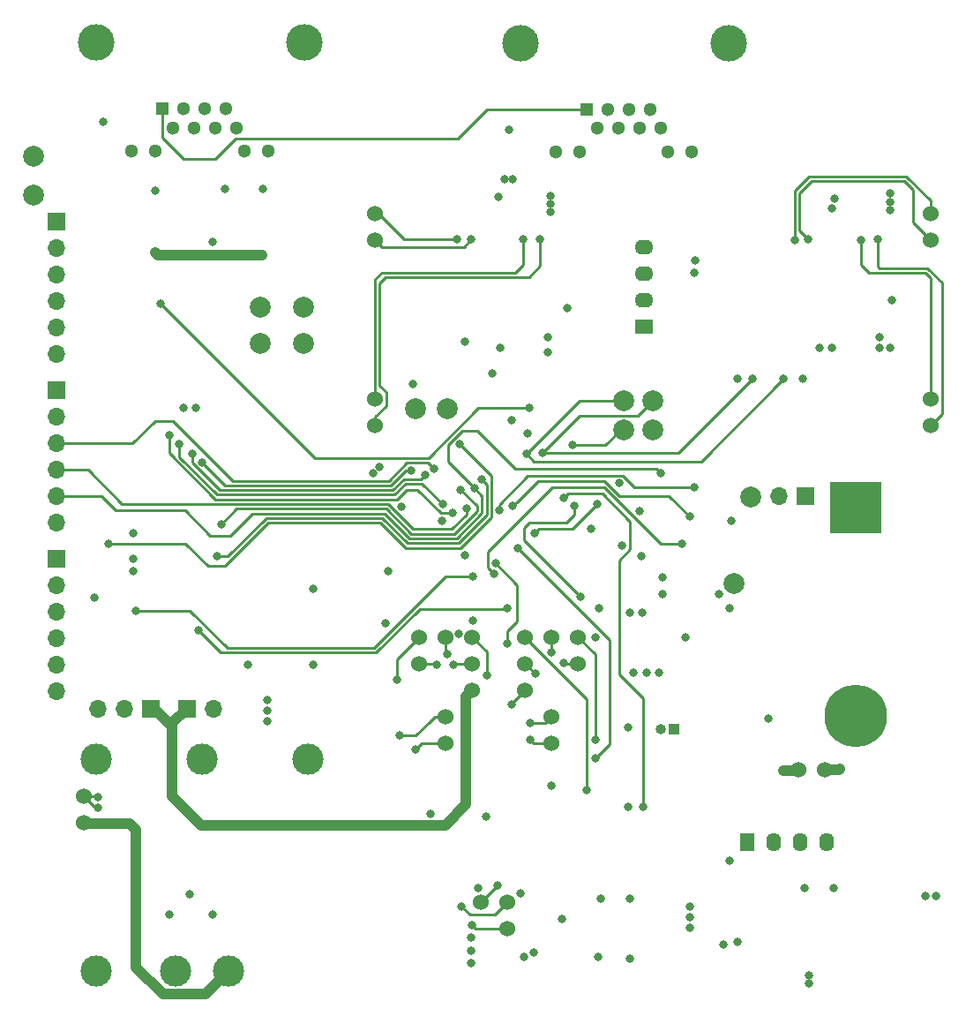
<source format=gbl>
%TF.GenerationSoftware,KiCad,Pcbnew,5.1.7-a382d34a8~88~ubuntu20.04.1*%
%TF.CreationDate,2021-06-18T16:23:43+02:00*%
%TF.ProjectId,Shield_Nucleo,53686965-6c64-45f4-9e75-636c656f2e6b,rev?*%
%TF.SameCoordinates,Original*%
%TF.FileFunction,Copper,L4,Bot*%
%TF.FilePolarity,Positive*%
%FSLAX46Y46*%
G04 Gerber Fmt 4.6, Leading zero omitted, Abs format (unit mm)*
G04 Created by KiCad (PCBNEW 5.1.7-a382d34a8~88~ubuntu20.04.1) date 2021-06-18 16:23:43*
%MOMM*%
%LPD*%
G01*
G04 APERTURE LIST*
%TA.AperFunction,ComponentPad*%
%ADD10O,1.700000X1.700000*%
%TD*%
%TA.AperFunction,ComponentPad*%
%ADD11R,1.700000X1.700000*%
%TD*%
%TA.AperFunction,SMDPad,CuDef*%
%ADD12C,1.524000*%
%TD*%
%TA.AperFunction,ComponentPad*%
%ADD13C,1.300000*%
%TD*%
%TA.AperFunction,ComponentPad*%
%ADD14C,3.500000*%
%TD*%
%TA.AperFunction,ComponentPad*%
%ADD15R,1.300000X1.300000*%
%TD*%
%TA.AperFunction,ComponentPad*%
%ADD16C,3.000000*%
%TD*%
%TA.AperFunction,ComponentPad*%
%ADD17C,6.000000*%
%TD*%
%TA.AperFunction,ComponentPad*%
%ADD18R,5.000000X5.000000*%
%TD*%
%TA.AperFunction,ComponentPad*%
%ADD19R,1.800000X1.400000*%
%TD*%
%TA.AperFunction,ComponentPad*%
%ADD20O,1.800000X1.400000*%
%TD*%
%TA.AperFunction,ComponentPad*%
%ADD21R,1.400000X1.800000*%
%TD*%
%TA.AperFunction,ComponentPad*%
%ADD22O,1.400000X1.800000*%
%TD*%
%TA.AperFunction,ComponentPad*%
%ADD23C,2.000000*%
%TD*%
%TA.AperFunction,ComponentPad*%
%ADD24O,1.000000X1.000000*%
%TD*%
%TA.AperFunction,ComponentPad*%
%ADD25R,1.000000X1.000000*%
%TD*%
%TA.AperFunction,ViaPad*%
%ADD26C,0.800000*%
%TD*%
%TA.AperFunction,Conductor*%
%ADD27C,0.250000*%
%TD*%
%TA.AperFunction,Conductor*%
%ADD28C,1.000000*%
%TD*%
G04 APERTURE END LIST*
D10*
%TO.P,J5,6*%
%TO.N,/SPI3_CS2*%
X51500000Y-90200000D03*
%TO.P,J5,5*%
%TO.N,/SPI3_SCK*%
X51500000Y-87660000D03*
%TO.P,J5,4*%
%TO.N,/SPI3_MOSI*%
X51500000Y-85120000D03*
%TO.P,J5,3*%
%TO.N,/SPI3_MISO*%
X51500000Y-82580000D03*
%TO.P,J5,2*%
%TO.N,+3V3*%
X51500000Y-80040000D03*
D11*
%TO.P,J5,1*%
%TO.N,GNDD*%
X51500000Y-77500000D03*
%TD*%
D10*
%TO.P,J4,6*%
%TO.N,+5VD*%
X51500000Y-74000000D03*
%TO.P,J4,5*%
%TO.N,GNDD*%
X51500000Y-71460000D03*
%TO.P,J4,4*%
%TO.N,/USART1_TX*%
X51500000Y-68920000D03*
%TO.P,J4,3*%
%TO.N,/USART1_RX*%
X51500000Y-66380000D03*
%TO.P,J4,2*%
%TO.N,/DTR*%
X51500000Y-63840000D03*
D11*
%TO.P,J4,1*%
%TO.N,+3V3*%
X51500000Y-61300000D03*
%TD*%
D10*
%TO.P,JP4,2*%
%TO.N,/+5VJP*%
X66540000Y-108000000D03*
D11*
%TO.P,JP4,1*%
%TO.N,+5VD*%
X64000000Y-108000000D03*
%TD*%
D10*
%TO.P,J9,3*%
%TO.N,GNDD*%
X55460000Y-108000000D03*
%TO.P,J9,2*%
%TO.N,Net-(J9-Pad2)*%
X58000000Y-108000000D03*
D11*
%TO.P,J9,1*%
%TO.N,+5VD*%
X60540000Y-108000000D03*
%TD*%
D12*
%TO.P,J7,33*%
%TO.N,+5P*%
X94760000Y-129120000D03*
%TO.P,J7,11*%
%TO.N,GNDREF*%
X54120000Y-116420000D03*
%TO.P,J7,3*%
%TO.N,/PWM_L1*%
X82060000Y-78320000D03*
%TO.P,J7,1*%
%TO.N,/PWM_H1*%
X82060000Y-60540000D03*
%TO.P,J7,9*%
%TO.N,/Neutral_GND_cmd*%
X92220000Y-126580000D03*
%TO.P,J7,10*%
%TO.N,GNDREF*%
X94760000Y-126580000D03*
%TO.P,J7,12*%
%TO.N,/VI_high*%
X54120000Y-118960000D03*
%TO.P,J7,31*%
%TO.N,+5V*%
X125240000Y-113880000D03*
%TO.P,J7,32*%
%TO.N,/N*%
X122700000Y-113880000D03*
%TO.P,J7,2*%
%TO.N,/SW_Node1*%
X82060000Y-63080000D03*
%TO.P,J7,4*%
%TO.N,GNDREF*%
X82060000Y-80860000D03*
%TO.P,J7,8*%
X135400000Y-80860000D03*
%TO.P,J7,7*%
%TO.N,/PWM_L2*%
X135400000Y-78320000D03*
%TO.P,J7,6*%
%TO.N,/SW_Node2*%
X135400000Y-63080000D03*
%TO.P,J7,5*%
%TO.N,/PWM_H2*%
X135400000Y-60540000D03*
%TO.P,J7,18*%
%TO.N,GNDD*%
X88880000Y-111340000D03*
%TO.P,J7,17*%
%TO.N,/V_high_op*%
X88880000Y-108800000D03*
%TO.P,J7,14*%
%TO.N,GNDD*%
X99040000Y-111340000D03*
%TO.P,J7,13*%
%TO.N,/V1_low_op*%
X99040000Y-108800000D03*
%TO.P,J7,27*%
%TO.N,+5VD*%
X91420000Y-106260000D03*
%TO.P,J7,29*%
%TO.N,/VREF1024*%
X96500000Y-106260000D03*
%TO.P,J7,24*%
%TO.N,GNDD*%
X86340000Y-103720000D03*
%TO.P,J7,28*%
X91420000Y-103720000D03*
%TO.P,J7,30*%
X96500000Y-103720000D03*
%TO.P,J7,16*%
X101580000Y-103720000D03*
%TO.P,J7,23*%
%TO.N,/I_high_op*%
X86340000Y-101180000D03*
%TO.P,J7,22*%
%TO.N,GNDD*%
X88880000Y-101180000D03*
%TO.P,J7,21*%
%TO.N,/I2_low_op*%
X91420000Y-101180000D03*
%TO.P,J7,19*%
%TO.N,/I1_low_op*%
X96500000Y-101180000D03*
%TO.P,J7,20*%
%TO.N,GNDD*%
X99040000Y-101180000D03*
%TO.P,J7,15*%
%TO.N,/V2_low_op*%
X101580000Y-101180000D03*
%TD*%
D13*
%TO.P,J3,8*%
%TO.N,Net-(J3-Pad8)*%
X109512000Y-52330000D03*
D14*
%TO.P,J3,SH*%
%TO.N,GNDD*%
X115989000Y-44200000D03*
X96050000Y-44200000D03*
D13*
%TO.P,J3,12*%
%TO.N,+3V3*%
X112496500Y-54614000D03*
%TO.P,J3,10*%
%TO.N,/PWR_CAN2*%
X101701500Y-54614000D03*
%TO.P,J3,5*%
X106464000Y-50550000D03*
D15*
%TO.P,J3,1*%
%TO.N,/CAN_H*%
X102400000Y-50550000D03*
D13*
%TO.P,J3,7*%
%TO.N,/GND_CAN*%
X108496000Y-50550000D03*
%TO.P,J3,9*%
%TO.N,Net-(J3-Pad9)*%
X99415500Y-54614000D03*
%TO.P,J3,3*%
%TO.N,/GND_CAN*%
X104432000Y-50550000D03*
%TO.P,J3,11*%
%TO.N,Net-(J3-Pad11)*%
X110210500Y-54614000D03*
%TO.P,J3,2*%
%TO.N,/CAN_L*%
X103416000Y-52330000D03*
%TO.P,J3,4*%
%TO.N,/PWR_CAN2*%
X105448000Y-52330000D03*
%TO.P,J3,6*%
%TO.N,Net-(J3-Pad6)*%
X107480000Y-52330000D03*
%TD*%
%TO.P,J2,8*%
%TO.N,Net-(J2-Pad8)*%
X68812000Y-52280000D03*
D14*
%TO.P,J2,SH*%
%TO.N,GNDD*%
X75289000Y-44150000D03*
X55350000Y-44150000D03*
D13*
%TO.P,J2,12*%
%TO.N,+3V3*%
X71796500Y-54564000D03*
%TO.P,J2,10*%
%TO.N,/PWR_CAN1*%
X61001500Y-54564000D03*
%TO.P,J2,5*%
X65764000Y-50500000D03*
D15*
%TO.P,J2,1*%
%TO.N,/CAN_H*%
X61700000Y-50500000D03*
D13*
%TO.P,J2,7*%
%TO.N,/GND_CAN*%
X67796000Y-50500000D03*
%TO.P,J2,9*%
%TO.N,Net-(J2-Pad9)*%
X58715500Y-54564000D03*
%TO.P,J2,3*%
%TO.N,/GND_CAN*%
X63732000Y-50500000D03*
%TO.P,J2,11*%
%TO.N,Net-(J2-Pad11)*%
X69510500Y-54564000D03*
%TO.P,J2,2*%
%TO.N,/CAN_L*%
X62716000Y-52280000D03*
%TO.P,J2,4*%
%TO.N,/PWR_CAN1*%
X64748000Y-52280000D03*
%TO.P,J2,6*%
%TO.N,Net-(J2-Pad6)*%
X66780000Y-52280000D03*
%TD*%
D16*
%TO.P,PS4,5*%
%TO.N,N/C*%
X65500000Y-112900000D03*
%TO.P,PS4,1*%
X55340000Y-133220000D03*
%TO.P,PS4,4*%
%TO.N,/+5VJP*%
X75660000Y-112900000D03*
%TO.P,PS4,6*%
%TO.N,GNDD*%
X55340000Y-112900000D03*
%TO.P,PS4,3*%
%TO.N,/VI_high*%
X68040000Y-133220000D03*
%TO.P,PS4,2*%
%TO.N,GNDREF*%
X62960000Y-133220000D03*
%TD*%
D17*
%TO.P,BT1,2*%
%TO.N,GNDD*%
X128205000Y-108749000D03*
D18*
%TO.P,BT1,1*%
%TO.N,Net-(BT1-Pad1)*%
X128205000Y-88749000D03*
%TD*%
D19*
%TO.P,U9,1*%
%TO.N,GNDD*%
X107900000Y-71400000D03*
D20*
%TO.P,U9,2*%
%TO.N,+5VD*%
X107900000Y-68860000D03*
%TO.P,U9,3*%
%TO.N,GNDREF*%
X107900000Y-66320000D03*
%TO.P,U9,4*%
%TO.N,+12V*%
X107900000Y-63780000D03*
%TD*%
D21*
%TO.P,U8,1*%
%TO.N,GNDD*%
X117820000Y-120800000D03*
D22*
%TO.P,U8,2*%
%TO.N,+5VD*%
X120360000Y-120800000D03*
%TO.P,U8,3*%
%TO.N,/N*%
X122900000Y-120800000D03*
%TO.P,U8,4*%
%TO.N,+5V*%
X125440000Y-120800000D03*
%TD*%
D23*
%TO.P,TP33,1*%
%TO.N,/GND_CAN*%
X49290000Y-55000000D03*
%TD*%
%TO.P,TP32,1*%
%TO.N,/V_BUS_CAN*%
X49290000Y-58750000D03*
%TD*%
%TO.P,TP15,1*%
%TO.N,/CAN1_STB*%
X75200000Y-69500000D03*
%TD*%
%TO.P,TP14,1*%
%TO.N,/FDCAN1_RX*%
X71100000Y-73000000D03*
%TD*%
%TO.P,TP13,1*%
%TO.N,/FDCAN1_TX*%
X71100000Y-69500000D03*
%TD*%
%TO.P,TP12,1*%
%TO.N,GNDD*%
X108700000Y-81250000D03*
%TD*%
%TO.P,TP8,1*%
%TO.N,/VREF2048*%
X105950000Y-81250000D03*
%TD*%
%TO.P,TP7,1*%
%TO.N,/HRTIM1_CHB2*%
X105950000Y-78500000D03*
%TD*%
%TO.P,TP6,1*%
%TO.N,/HRTIM1_CHB1*%
X108700000Y-78500000D03*
%TD*%
%TO.P,TP5,1*%
%TO.N,/HRTIM1_CHA2*%
X89000000Y-79250000D03*
%TD*%
%TO.P,TP4,1*%
%TO.N,/HRTIM1_CHA1*%
X85950000Y-79250000D03*
%TD*%
%TO.P,TP3,1*%
%TO.N,+BATT*%
X118100000Y-87700000D03*
%TD*%
%TO.P,TP2,1*%
%TO.N,+3V3*%
X116500000Y-96000000D03*
%TD*%
%TO.P,TP1,1*%
%TO.N,GNDD*%
X75200000Y-73000000D03*
%TD*%
D24*
%TO.P,TH1,2*%
%TO.N,GNDD*%
X109530000Y-110000000D03*
D25*
%TO.P,TH1,1*%
%TO.N,/Temp*%
X110800000Y-110000000D03*
%TD*%
D10*
%TO.P,SWD1,6*%
%TO.N,/SWO*%
X51500000Y-106300000D03*
%TO.P,SWD1,5*%
%TO.N,/NRST*%
X51500000Y-103760000D03*
%TO.P,SWD1,4*%
%TO.N,/SWDIO*%
X51500000Y-101220000D03*
%TO.P,SWD1,3*%
%TO.N,GNDD*%
X51500000Y-98680000D03*
%TO.P,SWD1,2*%
%TO.N,/SWCLK*%
X51500000Y-96140000D03*
D11*
%TO.P,SWD1,1*%
%TO.N,+3V3*%
X51500000Y-93600000D03*
%TD*%
D10*
%TO.P,JP2,2*%
%TO.N,+BATT*%
X120865000Y-87649000D03*
D11*
%TO.P,JP2,1*%
%TO.N,Net-(BT1-Pad1)*%
X123405000Y-87649000D03*
%TD*%
D26*
%TO.N,+BATT*%
X90669875Y-93274990D03*
%TO.N,GNDD*%
X131500000Y-73400000D03*
X96700000Y-81600000D03*
X63700000Y-79200006D03*
X55100000Y-97400000D03*
X69900000Y-103800000D03*
X76100000Y-103800000D03*
X98700000Y-73800000D03*
X92700000Y-118400000D03*
X125900000Y-73400000D03*
X82500000Y-84800000D03*
X107500000Y-89100000D03*
X88500000Y-90003814D03*
X71700000Y-107200000D03*
X71700000Y-109200000D03*
X71700000Y-108200000D03*
X58900000Y-93600000D03*
X58900000Y-94800000D03*
X94100000Y-73400000D03*
X123100000Y-76400000D03*
X116900000Y-76400000D03*
X116300000Y-90000000D03*
X109700000Y-97000000D03*
X107700000Y-98800000D03*
X106500000Y-98800000D03*
X109700000Y-95400000D03*
X123300000Y-125200000D03*
X126100000Y-125200000D03*
X130500000Y-73400000D03*
X130500000Y-72400000D03*
X98700000Y-72400000D03*
X134900000Y-126000000D03*
X135900000Y-126000000D03*
X83300000Y-94800000D03*
X76100000Y-96500000D03*
X81900000Y-85424891D03*
X83100002Y-99800000D03*
X66449998Y-63250000D03*
X85700000Y-76900000D03*
X93300000Y-75900000D03*
X103600000Y-98400000D03*
X116100000Y-122600000D03*
X99000000Y-102600000D03*
X105800000Y-92400000D03*
X119800000Y-109000000D03*
X90111998Y-100800254D03*
X103200000Y-101200000D03*
X97437342Y-104662662D03*
X100200000Y-103600004D03*
X89600000Y-103800000D03*
X106400000Y-117400000D03*
X85950000Y-111950000D03*
X89000000Y-102800000D03*
X88000000Y-103800000D03*
X106400000Y-109800006D03*
X96999996Y-111000000D03*
X99000000Y-115400000D03*
X87400000Y-118099990D03*
%TO.N,/HRTIM1_CHB2*%
X121300000Y-76399994D03*
X96600000Y-83600000D03*
%TO.N,/HRTIM1_CHB1*%
X118300000Y-76400000D03*
X98112656Y-83487335D03*
%TO.N,/N_GND*%
X100224990Y-87800000D03*
X107799998Y-117400000D03*
%TO.N,/SPI3_MOSI*%
X112700000Y-86800000D03*
X93975043Y-89000000D03*
X90900000Y-88800000D03*
%TO.N,/CAN1_STB*%
X96900000Y-79200000D03*
X61500000Y-69200000D03*
X97400000Y-91200000D03*
X103400273Y-88400269D03*
%TO.N,/FDCAN1_RX*%
X88554689Y-88429370D03*
X63300000Y-82600000D03*
%TO.N,/USART1_TX*%
X64500000Y-83600000D03*
X86876906Y-85613724D03*
%TO.N,/SPI3_MISO*%
X87700000Y-85000000D03*
X112300000Y-89600000D03*
X95300000Y-88600000D03*
%TO.N,/FDCAN1_TX*%
X89492824Y-89278804D03*
X62312660Y-81787340D03*
%TO.N,/SPI3_SCK*%
X109500000Y-85400000D03*
X91652781Y-86894438D03*
%TO.N,+3V3*%
X64885905Y-79167382D03*
X95228249Y-80328249D03*
X105500000Y-86400000D03*
X58900000Y-91200000D03*
X116100000Y-98400000D03*
X115100000Y-97000000D03*
X111900000Y-101200000D03*
X84586897Y-88625167D03*
X107600000Y-93400000D03*
X102800000Y-90800000D03*
X91500131Y-99599937D03*
%TO.N,Net-(D1-Pad1)*%
X71200006Y-64500008D03*
X60950000Y-64250000D03*
%TO.N,/GND_CAN*%
X94900000Y-52499990D03*
X55950000Y-51750000D03*
X67700000Y-58200000D03*
%TO.N,/PWR_CAN1*%
X61001500Y-58298500D03*
%TO.N,/PWR_CAN2*%
X71300000Y-58200000D03*
%TO.N,/SPI3_CS*%
X111500000Y-92200000D03*
X93463696Y-95068425D03*
%TO.N,/USART1_RX*%
X65500000Y-84400000D03*
X85567136Y-85175021D03*
%TO.N,/N*%
X121300000Y-114000000D03*
%TO.N,+5VD*%
X106900000Y-104600000D03*
X108100000Y-104600000D03*
X109300000Y-104600000D03*
X100500000Y-69600000D03*
X124700000Y-73400000D03*
X131700000Y-68800000D03*
X90700000Y-72800000D03*
%TO.N,+12V*%
X112300000Y-128000000D03*
X112300000Y-127000000D03*
X112300000Y-129000000D03*
X94500000Y-57200000D03*
X95300000Y-57200000D03*
X93950000Y-58950000D03*
X126200000Y-59100000D03*
X125899996Y-59999993D03*
X103500000Y-131799982D03*
X106500000Y-132000006D03*
X96000000Y-125725000D03*
X100000000Y-128200000D03*
%TO.N,GNDREF*%
X98900000Y-58800000D03*
X98900000Y-60400000D03*
X98900000Y-59600000D03*
X131500000Y-59400000D03*
X131500000Y-60200000D03*
X97300000Y-131400000D03*
X91300000Y-131200000D03*
X91300000Y-130000000D03*
X91300000Y-132400000D03*
X106500000Y-126200000D03*
X103700000Y-126200000D03*
X97930000Y-63000000D03*
X131500000Y-58600000D03*
X130360000Y-63000000D03*
X116899990Y-130399918D03*
X115500030Y-130599970D03*
X112799989Y-65000008D03*
X112699996Y-66200000D03*
X55500000Y-116500000D03*
X55500000Y-117500000D03*
X96400000Y-131800000D03*
X92000000Y-125200000D03*
X90400000Y-127000004D03*
%TO.N,/SW_Node1*%
X91300000Y-63000000D03*
%TO.N,/SW_Node2*%
X123605000Y-63000000D03*
%TO.N,/Neutral_GND_cmd*%
X93799996Y-125000000D03*
%TO.N,/PWM_H1*%
X89900000Y-63000000D03*
%TO.N,/PWM_L1*%
X96255000Y-63000000D03*
%TO.N,/PWM_H2*%
X122335000Y-63035000D03*
%TO.N,/PWM_L2*%
X128729506Y-63033300D03*
%TO.N,/I1_low_op*%
X102387502Y-115812502D03*
%TO.N,/V1_low_op*%
X97000000Y-109400000D03*
%TO.N,/I2_low_op*%
X92800000Y-104800000D03*
%TO.N,/V2_low_op*%
X103200000Y-110999996D03*
%TO.N,/I_high_op*%
X84200000Y-105200000D03*
%TO.N,/V_high_op*%
X84400000Y-110600000D03*
%TO.N,/STLINK_TX*%
X65100000Y-100525010D03*
X94800004Y-98400000D03*
%TO.N,/STLINK_RX*%
X59100000Y-98600000D03*
X91474990Y-95325010D03*
%TO.N,/SWO*%
X67336015Y-90325010D03*
X90300000Y-87000000D03*
%TO.N,/SWCLK*%
X66900000Y-93400000D03*
X92300000Y-86000000D03*
%TO.N,/SWDIO*%
X56500000Y-92200000D03*
X90232515Y-82629215D03*
%TO.N,+5V*%
X126700000Y-113800000D03*
%TO.N,/Temp_mcu*%
X95800000Y-92662230D03*
X103200000Y-112800000D03*
%TO.N,/VREF1024*%
X95200000Y-107600004D03*
%TO.N,/DAC2*%
X93623520Y-94081267D03*
X94800000Y-101800000D03*
%TO.N,/VREF2048*%
X101050005Y-82750006D03*
X101200000Y-88600000D03*
X101800000Y-97256498D03*
%TO.N,/+12VD*%
X66500000Y-127800000D03*
X64300000Y-125800000D03*
X62300000Y-127800000D03*
X123700000Y-134400000D03*
X123700000Y-133600000D03*
%TO.N,+5P*%
X91400000Y-128800000D03*
%TD*%
D27*
%TO.N,GNDD*%
X99040000Y-102560000D02*
X99000000Y-102600000D01*
X99040000Y-101180000D02*
X99040000Y-102560000D01*
X97437342Y-104657342D02*
X97437342Y-104662662D01*
X96500000Y-103720000D02*
X97437342Y-104657342D01*
X101580000Y-103720000D02*
X100319996Y-103720000D01*
X100319996Y-103720000D02*
X100200000Y-103600004D01*
X89680000Y-103720000D02*
X89600000Y-103800000D01*
X91420000Y-103720000D02*
X89680000Y-103720000D01*
X86560000Y-111340000D02*
X85950000Y-111950000D01*
X88880000Y-111340000D02*
X86560000Y-111340000D01*
X88880000Y-101180000D02*
X88880000Y-102680000D01*
X88880000Y-102680000D02*
X89000000Y-102800000D01*
X87920000Y-103720000D02*
X88000000Y-103800000D01*
X86340000Y-103720000D02*
X87920000Y-103720000D01*
X99040000Y-111340000D02*
X97339996Y-111340000D01*
X97339996Y-111340000D02*
X96999996Y-111000000D01*
%TO.N,/HRTIM1_CHB2*%
X105950000Y-78500000D02*
X101700000Y-78500000D01*
X113374993Y-84325001D02*
X97325001Y-84325001D01*
X97325001Y-84325001D02*
X96600000Y-83600000D01*
X121300000Y-76399994D02*
X113374993Y-84325001D01*
X101700000Y-78500000D02*
X96600000Y-83600000D01*
%TO.N,/HRTIM1_CHB1*%
X101674992Y-79924999D02*
X98112656Y-83487335D01*
X111212665Y-83487335D02*
X98112656Y-83487335D01*
X118300000Y-76400000D02*
X111212665Y-83487335D01*
X108700000Y-78500000D02*
X107275001Y-79924999D01*
X107275001Y-79924999D02*
X101674992Y-79924999D01*
%TO.N,/N_GND*%
X105500001Y-104700001D02*
X107799998Y-106999998D01*
X107799998Y-106999998D02*
X107799998Y-117400000D01*
X105500001Y-93773001D02*
X105500001Y-104700001D01*
X106525001Y-92748001D02*
X105500001Y-93773001D01*
X106525001Y-90051999D02*
X106525001Y-92748001D01*
X100624989Y-87400001D02*
X103873003Y-87400001D01*
X103873003Y-87400001D02*
X106525001Y-90051999D01*
X100224990Y-87800000D02*
X100624989Y-87400001D01*
%TO.N,/SPI3_MOSI*%
X105848001Y-85674999D02*
X96734359Y-85674999D01*
X112700000Y-86800000D02*
X106973002Y-86800000D01*
X106973002Y-86800000D02*
X105848001Y-85674999D01*
X96734359Y-85674999D02*
X93975043Y-88434315D01*
X93975043Y-88434315D02*
X93975043Y-89000000D01*
X83336366Y-88399956D02*
X85736410Y-90800000D01*
X90900000Y-89365685D02*
X90900000Y-88800000D01*
X85736410Y-90800000D02*
X89465685Y-90800000D01*
X57799956Y-88399956D02*
X83336366Y-88399956D01*
X89465685Y-90800000D02*
X90900000Y-89365685D01*
X54520000Y-85120000D02*
X57799956Y-88399956D01*
X51500000Y-85120000D02*
X54520000Y-85120000D01*
%TO.N,/CAN1_STB*%
X76300000Y-84000000D02*
X61899999Y-69599999D01*
X87200000Y-84000000D02*
X76300000Y-84000000D01*
X92000000Y-79200000D02*
X87200000Y-84000000D01*
X96900000Y-79200000D02*
X92000000Y-79200000D01*
X61899999Y-69599999D02*
X61500000Y-69200000D01*
X101000542Y-90800000D02*
X103400273Y-88400269D01*
X97800000Y-90800000D02*
X101000542Y-90800000D01*
X97400000Y-91200000D02*
X97800000Y-90800000D01*
%TO.N,/FDCAN1_RX*%
X63300000Y-83863170D02*
X63300000Y-82600000D01*
X66936764Y-87499934D02*
X63300000Y-83863170D01*
X88554689Y-88429370D02*
X86575330Y-86450011D01*
X85013579Y-86450011D02*
X83963656Y-87499934D01*
X86575330Y-86450011D02*
X85013579Y-86450011D01*
X83963656Y-87499934D02*
X66936764Y-87499934D01*
%TO.N,/USART1_TX*%
X84827179Y-86000000D02*
X86490630Y-86000000D01*
X83777256Y-87049923D02*
X84827179Y-86000000D01*
X67123164Y-87049923D02*
X83777256Y-87049923D01*
X64500000Y-84426759D02*
X67123164Y-87049923D01*
X64500000Y-83600000D02*
X64500000Y-84426759D01*
X86490630Y-86000000D02*
X86876906Y-85613724D01*
%TO.N,/SPI3_MISO*%
X105509413Y-87600000D02*
X104109413Y-86200000D01*
X110300000Y-87600000D02*
X105509413Y-87600000D01*
X112300000Y-89600000D02*
X110300000Y-87600000D01*
X97700000Y-86200000D02*
X95699999Y-88200001D01*
X104109413Y-86200000D02*
X97700000Y-86200000D01*
X95699999Y-88200001D02*
X95300000Y-88600000D01*
X58820000Y-82580000D02*
X51500000Y-82580000D01*
X68413490Y-86149901D02*
X62663589Y-80400000D01*
X83386509Y-86149901D02*
X68413490Y-86149901D01*
X85086399Y-84450011D02*
X83386509Y-86149901D01*
X61000000Y-80400000D02*
X58820000Y-82580000D01*
X62663589Y-80400000D02*
X61000000Y-80400000D01*
X87150011Y-84450011D02*
X85086399Y-84450011D01*
X87700000Y-85000000D02*
X87150011Y-84450011D01*
%TO.N,/FDCAN1_TX*%
X62312660Y-83512241D02*
X62312660Y-81787340D01*
X84150055Y-87949945D02*
X66750364Y-87949945D01*
X86100000Y-87000000D02*
X85100000Y-87000000D01*
X89492824Y-89278804D02*
X88378804Y-89278804D01*
X66750364Y-87949945D02*
X62312660Y-83512241D01*
X85100000Y-87000000D02*
X84150055Y-87949945D01*
X88378804Y-89278804D02*
X86100000Y-87000000D01*
%TO.N,/SPI3_SCK*%
X95500001Y-85000001D02*
X91900000Y-81400000D01*
X89100000Y-82736410D02*
X89100000Y-84341657D01*
X89100000Y-84341657D02*
X91652781Y-86894438D01*
X109500000Y-85400000D02*
X109100001Y-85000001D01*
X90436410Y-81400000D02*
X89100000Y-82736410D01*
X91900000Y-81400000D02*
X90436410Y-81400000D01*
X109100001Y-85000001D02*
X95500001Y-85000001D01*
X92350011Y-87591668D02*
X91652781Y-86894438D01*
X85363610Y-91700022D02*
X89910791Y-91700022D01*
X82963566Y-89299978D02*
X85363610Y-91700022D01*
X70300022Y-89299978D02*
X82963566Y-89299978D01*
X89910791Y-91700022D02*
X92350011Y-89260802D01*
X68200000Y-91400000D02*
X70300022Y-89299978D01*
X66250000Y-91400000D02*
X68200000Y-91400000D01*
X63850000Y-89000000D02*
X66250000Y-91400000D01*
X55800000Y-87600000D02*
X57200000Y-89000000D01*
X92350011Y-89260802D02*
X92350011Y-87591668D01*
X57200000Y-89000000D02*
X63850000Y-89000000D01*
X51560000Y-87600000D02*
X55800000Y-87600000D01*
X51500000Y-87660000D02*
X51560000Y-87600000D01*
D28*
%TO.N,Net-(D1-Pad1)*%
X71200006Y-64500008D02*
X61200008Y-64500008D01*
X61200008Y-64500008D02*
X60950000Y-64250000D01*
D27*
%TO.N,/CAN_H*%
X61640999Y-50559001D02*
X61640999Y-53259001D01*
X61700000Y-50500000D02*
X61640999Y-50559001D01*
X61640999Y-53259001D02*
X63681998Y-55300000D01*
X63681998Y-55300000D02*
X66700000Y-55300000D01*
X68644999Y-53355001D02*
X90044999Y-53355001D01*
X66700000Y-55300000D02*
X68644999Y-53355001D01*
X92850000Y-50550000D02*
X102400000Y-50550000D01*
X90044999Y-53355001D02*
X92850000Y-50550000D01*
%TO.N,/SPI3_CS*%
X92898518Y-94503247D02*
X93463696Y-95068425D01*
X111500000Y-92200000D02*
X109473002Y-92200000D01*
X104073002Y-86800000D02*
X99100000Y-86800000D01*
X92898518Y-93001482D02*
X92898518Y-94503247D01*
X99100000Y-86800000D02*
X92898518Y-93001482D01*
X109473002Y-92200000D02*
X104073002Y-86800000D01*
%TO.N,/USART1_RX*%
X83576560Y-86599912D02*
X85001451Y-85175021D01*
X67699912Y-86599912D02*
X83576560Y-86599912D01*
X65500000Y-84400000D02*
X67699912Y-86599912D01*
X85001451Y-85175021D02*
X85567136Y-85175021D01*
D28*
%TO.N,/N*%
X122580000Y-114000000D02*
X122700000Y-113880000D01*
X121300000Y-114000000D02*
X122580000Y-114000000D01*
%TO.N,+5VD*%
X62600000Y-109400000D02*
X64000000Y-108000000D01*
X62600000Y-110060000D02*
X62600000Y-109400000D01*
X60870000Y-108000000D02*
X60540000Y-108000000D01*
X62600000Y-109730000D02*
X60870000Y-108000000D01*
X62600000Y-110060000D02*
X62600000Y-109730000D01*
X65400000Y-119200000D02*
X62600000Y-116400000D01*
X88800000Y-119200000D02*
X65400000Y-119200000D01*
X90800000Y-117200000D02*
X88800000Y-119200000D01*
X90800000Y-106880000D02*
X90800000Y-117200000D01*
X62600000Y-116400000D02*
X62600000Y-110060000D01*
X91420000Y-106260000D02*
X90800000Y-106880000D01*
D27*
%TO.N,GNDREF*%
X82060000Y-80040000D02*
X82060000Y-80860000D01*
X83147001Y-78952999D02*
X82060000Y-80040000D01*
X82510010Y-77010010D02*
X83147001Y-77647001D01*
X82510010Y-67189990D02*
X82510010Y-77010010D01*
X96849990Y-66650010D02*
X83049990Y-66650010D01*
X97930000Y-65570000D02*
X96849990Y-66650010D01*
X83147001Y-77647001D02*
X83147001Y-78952999D01*
X83049990Y-66650010D02*
X82510010Y-67189990D01*
X97930000Y-63000000D02*
X97930000Y-65570000D01*
X130360000Y-63000000D02*
X130360000Y-65609990D01*
X136487001Y-79772999D02*
X135400000Y-80860000D01*
X136487001Y-67150591D02*
X136487001Y-79772999D01*
X135086401Y-65749991D02*
X136487001Y-67150591D01*
X130500000Y-65749990D02*
X135086401Y-65749991D01*
X130360000Y-65609990D02*
X130500000Y-65749990D01*
X55420000Y-116420000D02*
X55500000Y-116500000D01*
X54120000Y-116420000D02*
X55420000Y-116420000D01*
X54120000Y-116420000D02*
X55200000Y-117500000D01*
X55200000Y-117500000D02*
X55500000Y-117500000D01*
X91199995Y-127799999D02*
X90400000Y-127000004D01*
X94760000Y-126580000D02*
X93540001Y-127799999D01*
X93540001Y-127799999D02*
X91199995Y-127799999D01*
D28*
%TO.N,/VI_high*%
X65839999Y-135420001D02*
X68040000Y-133220000D01*
X59100000Y-119600000D02*
X59100000Y-132800000D01*
X59100000Y-132800000D02*
X61720001Y-135420001D01*
X58500000Y-119000000D02*
X59100000Y-119600000D01*
X61720001Y-135420001D02*
X65839999Y-135420001D01*
X54000000Y-119000000D02*
X58500000Y-119000000D01*
D27*
%TO.N,/SW_Node1*%
X82705001Y-63725001D02*
X82060000Y-63080000D01*
X90574999Y-63725001D02*
X82705001Y-63725001D01*
X91300000Y-63000000D02*
X90574999Y-63725001D01*
%TO.N,/SW_Node2*%
X132863590Y-57400000D02*
X133700000Y-58236410D01*
X123936410Y-57400000D02*
X132863590Y-57400000D01*
X122785010Y-58551400D02*
X123936410Y-57400000D01*
X133700000Y-61380000D02*
X135400000Y-63080000D01*
X133700000Y-58236410D02*
X133700000Y-61380000D01*
X122785010Y-62180010D02*
X122785010Y-58551400D01*
X123605000Y-63000000D02*
X122785010Y-62180010D01*
%TO.N,/Neutral_GND_cmd*%
X92220000Y-126580000D02*
X93799996Y-125000004D01*
X93799996Y-125000004D02*
X93799996Y-125000000D01*
%TO.N,/PWM_H1*%
X82440000Y-60540000D02*
X82060000Y-60540000D01*
X84900000Y-63000000D02*
X82440000Y-60540000D01*
X89900000Y-63000000D02*
X84900000Y-63000000D01*
%TO.N,/PWM_L1*%
X82700000Y-66200000D02*
X82060000Y-66840000D01*
X82060000Y-66840000D02*
X82060000Y-78320000D01*
X95500000Y-66200000D02*
X82700000Y-66200000D01*
X96255000Y-65445000D02*
X95500000Y-66200000D01*
X96255000Y-63045000D02*
X96255000Y-65445000D01*
%TO.N,/PWM_H2*%
X135400000Y-59300000D02*
X135400000Y-60540000D01*
X133049989Y-56949989D02*
X135400000Y-59300000D01*
X123750010Y-56949989D02*
X133049989Y-56949989D01*
X122334999Y-58365000D02*
X123750010Y-56949989D01*
X122335000Y-63035000D02*
X122334999Y-58365000D01*
%TO.N,/PWM_L2*%
X128729506Y-63033300D02*
X128729506Y-65429506D01*
X128729506Y-65429506D02*
X129500000Y-66200000D01*
X129500000Y-66200000D02*
X134900000Y-66200000D01*
X135400000Y-66700000D02*
X135400000Y-78320000D01*
X134900000Y-66200000D02*
X135400000Y-66700000D01*
%TO.N,/I1_low_op*%
X96500000Y-101180000D02*
X102387502Y-107067502D01*
X102387502Y-107067502D02*
X102387502Y-115812502D01*
%TO.N,/V1_low_op*%
X98440000Y-109400000D02*
X99040000Y-108800000D01*
X97000000Y-109400000D02*
X98440000Y-109400000D01*
%TO.N,/I2_low_op*%
X91420000Y-101180000D02*
X92800000Y-102560000D01*
X92800000Y-102560000D02*
X92800000Y-104800000D01*
%TO.N,/V2_low_op*%
X101580000Y-101180000D02*
X103200000Y-102800000D01*
X103200000Y-102800000D02*
X103200000Y-110999996D01*
%TO.N,/I_high_op*%
X86340000Y-101180000D02*
X84200000Y-103320000D01*
X84200000Y-103320000D02*
X84200000Y-105200000D01*
%TO.N,/V_high_op*%
X87400000Y-109200000D02*
X86000000Y-110600000D01*
X86000000Y-110600000D02*
X84400000Y-110600000D01*
X87800000Y-108800000D02*
X87400000Y-109200000D01*
X88880000Y-108800000D02*
X87800000Y-108800000D01*
%TO.N,/STLINK_TX*%
X94749993Y-98450011D02*
X94800004Y-98400000D01*
X86349989Y-98450011D02*
X94749993Y-98450011D01*
X82149989Y-102650011D02*
X86349989Y-98450011D01*
X67225001Y-102650011D02*
X82149989Y-102650011D01*
X65100000Y-100525010D02*
X67225001Y-102650011D01*
%TO.N,/STLINK_RX*%
X88838580Y-95325010D02*
X91474990Y-95325010D01*
X81963590Y-102200000D02*
X88838580Y-95325010D01*
X67900000Y-102200000D02*
X81963590Y-102200000D01*
X59100000Y-98600000D02*
X64300000Y-98600000D01*
X64300000Y-98600000D02*
X67900000Y-102200000D01*
%TO.N,/SWO*%
X68811058Y-88849967D02*
X83149966Y-88849967D01*
X67336015Y-90325010D02*
X68811058Y-88849967D01*
X91900000Y-88600000D02*
X90300000Y-87000000D01*
X89724391Y-91250011D02*
X91900000Y-89074402D01*
X85550010Y-91250011D02*
X89724391Y-91250011D01*
X83149966Y-88849967D02*
X85550010Y-91250011D01*
X91900000Y-89074402D02*
X91900000Y-88600000D01*
%TO.N,/SWCLK*%
X71613600Y-89749989D02*
X82777166Y-89749989D01*
X92800022Y-86500022D02*
X92300000Y-86000000D01*
X92800022Y-89447202D02*
X92800022Y-86500022D01*
X85177210Y-92150033D02*
X90097191Y-92150033D01*
X82777166Y-89749989D02*
X85177210Y-92150033D01*
X66900000Y-93400000D02*
X67963589Y-93400000D01*
X67963589Y-93400000D02*
X71613600Y-89749989D01*
X90097191Y-92150033D02*
X92800022Y-89447202D01*
%TO.N,/SWDIO*%
X82590766Y-90200000D02*
X84990810Y-92600044D01*
X93250033Y-89633602D02*
X93250033Y-85646733D01*
X84990810Y-92600044D02*
X90283591Y-92600044D01*
X93250033Y-85646733D02*
X90232515Y-82629215D01*
X90283591Y-92600044D02*
X93250033Y-89633602D01*
X71800000Y-90200000D02*
X82590766Y-90200000D01*
X56500000Y-92200000D02*
X63900000Y-92200000D01*
X66024999Y-94324999D02*
X67675001Y-94324999D01*
X63900000Y-92200000D02*
X66024999Y-94324999D01*
X67675001Y-94324999D02*
X71800000Y-90200000D01*
D28*
%TO.N,+5V*%
X126620000Y-113880000D02*
X126700000Y-113800000D01*
X125240000Y-113880000D02*
X126620000Y-113880000D01*
D27*
%TO.N,/Temp_mcu*%
X104600000Y-111400000D02*
X103200000Y-112800000D01*
X104600000Y-101462230D02*
X104600000Y-111400000D01*
X95800000Y-92662230D02*
X104600000Y-101462230D01*
%TO.N,/VREF1024*%
X96500000Y-106260000D02*
X95200000Y-107560000D01*
X95200000Y-107560000D02*
X95200000Y-107600004D01*
%TO.N,/DAC2*%
X94800000Y-100600000D02*
X94800000Y-101800000D01*
X95725001Y-99674999D02*
X94800000Y-100600000D01*
X95725001Y-96182748D02*
X95725001Y-99674999D01*
X93623520Y-94081267D02*
X95725001Y-96182748D01*
%TO.N,/VREF2048*%
X101615690Y-82750006D02*
X101050005Y-82750006D01*
X104199994Y-82750006D02*
X101615690Y-82750006D01*
X105700000Y-81250000D02*
X104199994Y-82750006D01*
X101200000Y-89400000D02*
X101200000Y-88600000D01*
X100400000Y-90200000D02*
X101200000Y-89400000D01*
X96900000Y-90200000D02*
X100400000Y-90200000D01*
X96400000Y-90700000D02*
X96900000Y-90200000D01*
X96400000Y-91856498D02*
X96400000Y-90700000D01*
X101800000Y-97256498D02*
X96400000Y-91856498D01*
%TO.N,+5P*%
X91720000Y-129120000D02*
X94760000Y-129120000D01*
X91400000Y-128800000D02*
X91720000Y-129120000D01*
%TD*%
M02*

</source>
